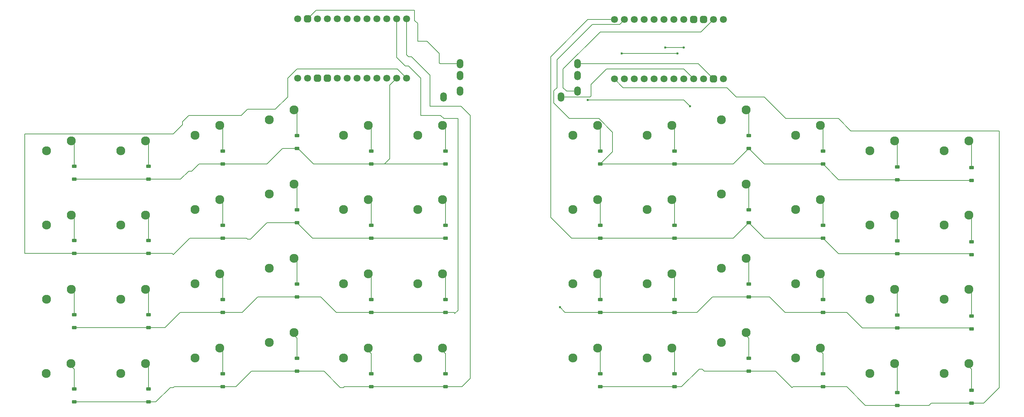
<source format=gbr>
%TF.GenerationSoftware,KiCad,Pcbnew,8.0.2*%
%TF.CreationDate,2024-05-01T20:17:26+07:00*%
%TF.ProjectId,apiratchai_split,61706972-6174-4636-9861-695f73706c69,rev?*%
%TF.SameCoordinates,Original*%
%TF.FileFunction,Copper,L2,Bot*%
%TF.FilePolarity,Positive*%
%FSLAX46Y46*%
G04 Gerber Fmt 4.6, Leading zero omitted, Abs format (unit mm)*
G04 Created by KiCad (PCBNEW 8.0.2) date 2024-05-01 20:17:26*
%MOMM*%
%LPD*%
G01*
G04 APERTURE LIST*
G04 Aperture macros list*
%AMRoundRect*
0 Rectangle with rounded corners*
0 $1 Rounding radius*
0 $2 $3 $4 $5 $6 $7 $8 $9 X,Y pos of 4 corners*
0 Add a 4 corners polygon primitive as box body*
4,1,4,$2,$3,$4,$5,$6,$7,$8,$9,$2,$3,0*
0 Add four circle primitives for the rounded corners*
1,1,$1+$1,$2,$3*
1,1,$1+$1,$4,$5*
1,1,$1+$1,$6,$7*
1,1,$1+$1,$8,$9*
0 Add four rect primitives between the rounded corners*
20,1,$1+$1,$2,$3,$4,$5,0*
20,1,$1+$1,$4,$5,$6,$7,0*
20,1,$1+$1,$6,$7,$8,$9,0*
20,1,$1+$1,$8,$9,$2,$3,0*%
G04 Aperture macros list end*
%TA.AperFunction,ComponentPad*%
%ADD10C,2.300000*%
%TD*%
%TA.AperFunction,ComponentPad*%
%ADD11O,1.700000X2.400000*%
%TD*%
%TA.AperFunction,ComponentPad*%
%ADD12C,1.800000*%
%TD*%
%TA.AperFunction,ComponentPad*%
%ADD13RoundRect,0.450000X0.450000X-0.450000X0.450000X0.450000X-0.450000X0.450000X-0.450000X-0.450000X0*%
%TD*%
%TA.AperFunction,ComponentPad*%
%ADD14RoundRect,0.450000X-0.450000X0.450000X-0.450000X-0.450000X0.450000X-0.450000X0.450000X0.450000X0*%
%TD*%
%TA.AperFunction,SMDPad,CuDef*%
%ADD15RoundRect,0.225000X0.375000X-0.225000X0.375000X0.225000X-0.375000X0.225000X-0.375000X-0.225000X0*%
%TD*%
%TA.AperFunction,ViaPad*%
%ADD16C,0.600000*%
%TD*%
%TA.AperFunction,Conductor*%
%ADD17C,0.200000*%
%TD*%
G04 APERTURE END LIST*
D10*
%TO.P,MX43,1,1*%
%TO.N,Col0R*%
X158908750Y-120997500D03*
%TO.P,MX43,2,2*%
%TO.N,Net-(D43-A)*%
X165258750Y-118457500D03*
%TD*%
%TO.P,MX26,1,1*%
%TO.N,Col1R*%
X177958750Y-63847500D03*
%TO.P,MX26,2,2*%
%TO.N,Net-(D26-A)*%
X184308750Y-61307500D03*
%TD*%
%TO.P,MX7,1,1*%
%TO.N,Col0*%
X23871250Y-86866250D03*
%TO.P,MX7,2,2*%
%TO.N,Net-(D7-A)*%
X30221250Y-84326250D03*
%TD*%
D11*
%TO.P,J3,R1*%
%TO.N,Net-(J4-Pin_2)*%
X160056250Y-52456250D03*
%TO.P,J3,R2*%
%TO.N,unconnected-(J3-PadR2)*%
X160056250Y-48456250D03*
%TO.P,J3,S*%
%TO.N,Net-(J4-Pin_14)*%
X160056250Y-45456250D03*
%TO.P,J3,T*%
%TO.N,Net-(J4-Pin_16)*%
X155856250Y-53956250D03*
%TD*%
D10*
%TO.P,MX31,1,1*%
%TO.N,Col0R*%
X158908750Y-82897500D03*
%TO.P,MX31,2,2*%
%TO.N,Net-(D31-A)*%
X165258750Y-80357500D03*
%TD*%
%TO.P,MX21,1,1*%
%TO.N,Col2*%
X61971250Y-120997500D03*
%TO.P,MX21,2,2*%
%TO.N,Net-(D21-A)*%
X68321250Y-118457500D03*
%TD*%
%TO.P,MX18,1,1*%
%TO.N,Col5*%
X119121250Y-101947500D03*
%TO.P,MX18,2,2*%
%TO.N,Net-(D18-A)*%
X125471250Y-99407500D03*
%TD*%
%TO.P,MX24,1,1*%
%TO.N,Col5*%
X119121250Y-120997500D03*
%TO.P,MX24,2,2*%
%TO.N,Net-(D24-A)*%
X125471250Y-118457500D03*
%TD*%
D11*
%TO.P,J2,R1*%
%TO.N,Net-(J1-Pin_2)*%
X129893750Y-52456250D03*
%TO.P,J2,R2*%
%TO.N,unconnected-(J2-PadR2)*%
X129893750Y-48456250D03*
%TO.P,J2,S*%
%TO.N,Net-(J1-Pin_14)*%
X129893750Y-45456250D03*
%TO.P,J2,T*%
%TO.N,Net-(J1-Pin_16)*%
X125693750Y-53956250D03*
%TD*%
D10*
%TO.P,MX47,1,1*%
%TO.N,Col4R*%
X235108750Y-124966250D03*
%TO.P,MX47,2,2*%
%TO.N,Net-(D47-A)*%
X241458750Y-122426250D03*
%TD*%
%TO.P,MX27,1,1*%
%TO.N,Col2R*%
X197008750Y-59878750D03*
%TO.P,MX27,2,2*%
%TO.N,Net-(D27-A)*%
X203358750Y-57338750D03*
%TD*%
%TO.P,MX44,1,1*%
%TO.N,Col1R*%
X177958750Y-120997500D03*
%TO.P,MX44,2,2*%
%TO.N,Net-(D44-A)*%
X184308750Y-118457500D03*
%TD*%
%TO.P,MX8,1,1*%
%TO.N,Col1*%
X42921250Y-86866250D03*
%TO.P,MX8,2,2*%
%TO.N,Net-(D8-A)*%
X49271250Y-84326250D03*
%TD*%
%TO.P,MX39,1,1*%
%TO.N,Col2R*%
X197008750Y-97978750D03*
%TO.P,MX39,2,2*%
%TO.N,Net-(D39-A)*%
X203358750Y-95438750D03*
%TD*%
D12*
%TO.P,J1,1,Pin_1*%
%TO.N,unconnected-(J1-Pin_1-Pad1)*%
X88265000Y-49212500D03*
%TO.P,J1,2,Pin_2*%
%TO.N,Net-(J1-Pin_2)*%
X90805000Y-49212500D03*
D13*
%TO.P,J1,3,Pin_3*%
%TO.N,unconnected-(J1-Pin_3-Pad3)*%
X93345000Y-49212500D03*
%TO.P,J1,4,Pin_4*%
%TO.N,unconnected-(J1-Pin_4-Pad4)*%
X95885000Y-49212500D03*
D12*
%TO.P,J1,5,Pin_5*%
%TO.N,Col0*%
X98425000Y-49212500D03*
%TO.P,J1,6,Pin_6*%
%TO.N,Col1*%
X100965000Y-49212500D03*
%TO.P,J1,7,Pin_7*%
%TO.N,Col2*%
X103505000Y-49212500D03*
%TO.P,J1,8,Pin_8*%
%TO.N,unconnected-(J1-Pin_8-Pad8)*%
X106045000Y-49212500D03*
%TO.P,J1,9,Pin_9*%
%TO.N,unconnected-(J1-Pin_9-Pad9)*%
X108585000Y-49212500D03*
%TO.P,J1,10,Pin_10*%
%TO.N,unconnected-(J1-Pin_10-Pad10)*%
X111125000Y-49212500D03*
%TO.P,J1,11,Pin_11*%
%TO.N,Row0*%
X113665000Y-49212500D03*
%TO.P,J1,12,Pin_12*%
%TO.N,Row1*%
X116205000Y-49212500D03*
%TO.P,J1,13,Pin_13*%
%TO.N,unconnected-(J1-Pin_13-Pad13)*%
X88265000Y-33972500D03*
D13*
%TO.P,J1,14,Pin_14*%
%TO.N,Net-(J1-Pin_14)*%
X90805000Y-33972500D03*
D12*
%TO.P,J1,15,Pin_15*%
%TO.N,unconnected-(J1-Pin_15-Pad15)*%
X93345000Y-33972500D03*
%TO.P,J1,16,Pin_16*%
%TO.N,Net-(J1-Pin_16)*%
X95885000Y-33972500D03*
%TO.P,J1,17,Pin_17*%
%TO.N,Col3*%
X98425000Y-33972500D03*
%TO.P,J1,18,Pin_18*%
%TO.N,Col4*%
X100965000Y-33972500D03*
%TO.P,J1,19,Pin_19*%
%TO.N,Col5*%
X103505000Y-33972500D03*
%TO.P,J1,20,Pin_20*%
%TO.N,unconnected-(J1-Pin_20-Pad20)*%
X106045000Y-33972500D03*
%TO.P,J1,21,Pin_21*%
%TO.N,unconnected-(J1-Pin_21-Pad21)*%
X108585000Y-33972500D03*
%TO.P,J1,22,Pin_22*%
%TO.N,unconnected-(J1-Pin_22-Pad22)*%
X111125000Y-33972500D03*
%TO.P,J1,23,Pin_23*%
%TO.N,Row2*%
X113665000Y-33972500D03*
%TO.P,J1,24,Pin_24*%
%TO.N,Row3*%
X116205000Y-33972500D03*
%TD*%
D10*
%TO.P,MX1,1,1*%
%TO.N,Col0*%
X23871250Y-67816250D03*
%TO.P,MX1,2,2*%
%TO.N,Net-(D1-A)*%
X30221250Y-65276250D03*
%TD*%
%TO.P,MX15,1,1*%
%TO.N,Col2*%
X61971250Y-101947500D03*
%TO.P,MX15,2,2*%
%TO.N,Net-(D15-A)*%
X68321250Y-99407500D03*
%TD*%
%TO.P,MX25,1,1*%
%TO.N,Col0R*%
X158908750Y-63847500D03*
%TO.P,MX25,2,2*%
%TO.N,Net-(D25-A)*%
X165258750Y-61307500D03*
%TD*%
%TO.P,MX37,1,1*%
%TO.N,Col0R*%
X158908750Y-101947500D03*
%TO.P,MX37,2,2*%
%TO.N,Net-(D37-A)*%
X165258750Y-99407500D03*
%TD*%
D12*
%TO.P,J4,1,Pin_1*%
%TO.N,unconnected-(J4-Pin_1-Pad1)*%
X197485000Y-34131250D03*
%TO.P,J4,2,Pin_2*%
%TO.N,Net-(J4-Pin_2)*%
X194945000Y-34131250D03*
D14*
%TO.P,J4,3,Pin_3*%
%TO.N,unconnected-(J4-Pin_3-Pad3)*%
X192405000Y-34131250D03*
%TO.P,J4,4,Pin_4*%
%TO.N,unconnected-(J4-Pin_4-Pad4)*%
X189865000Y-34131250D03*
D12*
%TO.P,J4,5,Pin_5*%
%TO.N,Col0R*%
X187325000Y-34131250D03*
%TO.P,J4,6,Pin_6*%
%TO.N,Col1R*%
X184785000Y-34131250D03*
%TO.P,J4,7,Pin_7*%
%TO.N,Col2R*%
X182245000Y-34131250D03*
%TO.P,J4,8,Pin_8*%
%TO.N,unconnected-(J4-Pin_8-Pad8)*%
X179705000Y-34131250D03*
%TO.P,J4,9,Pin_9*%
%TO.N,unconnected-(J4-Pin_9-Pad9)*%
X177165000Y-34131250D03*
%TO.P,J4,10,Pin_10*%
%TO.N,unconnected-(J4-Pin_10-Pad10)*%
X174625000Y-34131250D03*
%TO.P,J4,11,Pin_11*%
%TO.N,Row0R*%
X172085000Y-34131250D03*
%TO.P,J4,12,Pin_12*%
%TO.N,Row1R*%
X169545000Y-34131250D03*
%TO.P,J4,13,Pin_13*%
%TO.N,unconnected-(J4-Pin_13-Pad13)*%
X197485000Y-49371250D03*
D14*
%TO.P,J4,14,Pin_14*%
%TO.N,Net-(J4-Pin_14)*%
X194945000Y-49371250D03*
D12*
%TO.P,J4,15,Pin_15*%
%TO.N,unconnected-(J4-Pin_15-Pad15)*%
X192405000Y-49371250D03*
%TO.P,J4,16,Pin_16*%
%TO.N,Net-(J4-Pin_16)*%
X189865000Y-49371250D03*
%TO.P,J4,17,Pin_17*%
%TO.N,Col3R*%
X187325000Y-49371250D03*
%TO.P,J4,18,Pin_18*%
%TO.N,Col4R*%
X184785000Y-49371250D03*
%TO.P,J4,19,Pin_19*%
%TO.N,Col5R*%
X182245000Y-49371250D03*
%TO.P,J4,20,Pin_20*%
%TO.N,unconnected-(J4-Pin_20-Pad20)*%
X179705000Y-49371250D03*
%TO.P,J4,21,Pin_21*%
%TO.N,unconnected-(J4-Pin_21-Pad21)*%
X177165000Y-49371250D03*
%TO.P,J4,22,Pin_22*%
%TO.N,unconnected-(J4-Pin_22-Pad22)*%
X174625000Y-49371250D03*
%TO.P,J4,23,Pin_23*%
%TO.N,Row2R*%
X172085000Y-49371250D03*
%TO.P,J4,24,Pin_24*%
%TO.N,Row3R*%
X169545000Y-49371250D03*
%TD*%
D10*
%TO.P,MX45,1,1*%
%TO.N,Col2R*%
X197008750Y-117028750D03*
%TO.P,MX45,2,2*%
%TO.N,Net-(D45-A)*%
X203358750Y-114488750D03*
%TD*%
%TO.P,MX3,1,1*%
%TO.N,Col2*%
X61971250Y-63847500D03*
%TO.P,MX3,2,2*%
%TO.N,Net-(D3-A)*%
X68321250Y-61307500D03*
%TD*%
%TO.P,MX46,1,1*%
%TO.N,Col3R*%
X216040000Y-121003750D03*
%TO.P,MX46,2,2*%
%TO.N,Net-(D46-A)*%
X222390000Y-118463750D03*
%TD*%
%TO.P,MX41,1,1*%
%TO.N,Col4R*%
X235108750Y-105916250D03*
%TO.P,MX41,2,2*%
%TO.N,Net-(D41-A)*%
X241458750Y-103376250D03*
%TD*%
%TO.P,MX20,1,1*%
%TO.N,Col1*%
X42921250Y-124966250D03*
%TO.P,MX20,2,2*%
%TO.N,Net-(D20-A)*%
X49271250Y-122426250D03*
%TD*%
%TO.P,MX22,1,1*%
%TO.N,Col3*%
X81021250Y-116966250D03*
%TO.P,MX22,2,2*%
%TO.N,Net-(D22-A)*%
X87371250Y-114426250D03*
%TD*%
%TO.P,MX33,1,1*%
%TO.N,Col2R*%
X197008750Y-78928750D03*
%TO.P,MX33,2,2*%
%TO.N,Net-(D33-A)*%
X203358750Y-76388750D03*
%TD*%
%TO.P,MX17,1,1*%
%TO.N,Col4*%
X100071250Y-101947500D03*
%TO.P,MX17,2,2*%
%TO.N,Net-(D17-A)*%
X106421250Y-99407500D03*
%TD*%
%TO.P,MX5,1,1*%
%TO.N,Col4*%
X100071250Y-63847500D03*
%TO.P,MX5,2,2*%
%TO.N,Net-(D5-A)*%
X106421250Y-61307500D03*
%TD*%
%TO.P,MX9,1,1*%
%TO.N,Col2*%
X61971250Y-82897500D03*
%TO.P,MX9,2,2*%
%TO.N,Net-(D9-A)*%
X68321250Y-80357500D03*
%TD*%
%TO.P,MX34,1,1*%
%TO.N,Col3R*%
X216058750Y-82897500D03*
%TO.P,MX34,2,2*%
%TO.N,Net-(D34-A)*%
X222408750Y-80357500D03*
%TD*%
%TO.P,MX32,1,1*%
%TO.N,Col1R*%
X177958750Y-82897500D03*
%TO.P,MX32,2,2*%
%TO.N,Net-(D32-A)*%
X184308750Y-80357500D03*
%TD*%
%TO.P,MX48,1,1*%
%TO.N,Col5R*%
X254158750Y-124966250D03*
%TO.P,MX48,2,2*%
%TO.N,Net-(D48-A)*%
X260508750Y-122426250D03*
%TD*%
%TO.P,MX40,1,1*%
%TO.N,Col3R*%
X216058750Y-101947500D03*
%TO.P,MX40,2,2*%
%TO.N,Net-(D40-A)*%
X222408750Y-99407500D03*
%TD*%
%TO.P,MX11,1,1*%
%TO.N,Col4*%
X100071250Y-82897500D03*
%TO.P,MX11,2,2*%
%TO.N,Net-(D11-A)*%
X106421250Y-80357500D03*
%TD*%
%TO.P,MX23,1,1*%
%TO.N,Col4*%
X100071250Y-120997500D03*
%TO.P,MX23,2,2*%
%TO.N,Net-(D23-A)*%
X106421250Y-118457500D03*
%TD*%
%TO.P,MX14,1,1*%
%TO.N,Col1*%
X42921250Y-105916250D03*
%TO.P,MX14,2,2*%
%TO.N,Net-(D14-A)*%
X49271250Y-103376250D03*
%TD*%
%TO.P,MX19,1,1*%
%TO.N,Col0*%
X23772500Y-124966250D03*
%TO.P,MX19,2,2*%
%TO.N,Net-(D19-A)*%
X30122500Y-122426250D03*
%TD*%
%TO.P,MX12,1,1*%
%TO.N,Col5*%
X119121250Y-82897500D03*
%TO.P,MX12,2,2*%
%TO.N,Net-(D12-A)*%
X125471250Y-80357500D03*
%TD*%
%TO.P,MX30,1,1*%
%TO.N,Col5R*%
X254158750Y-67816250D03*
%TO.P,MX30,2,2*%
%TO.N,Net-(D30-A)*%
X260508750Y-65276250D03*
%TD*%
%TO.P,MX10,1,1*%
%TO.N,Col3*%
X81021250Y-78866250D03*
%TO.P,MX10,2,2*%
%TO.N,Net-(D10-A)*%
X87371250Y-76326250D03*
%TD*%
%TO.P,MX2,1,1*%
%TO.N,Col1*%
X42921250Y-67816250D03*
%TO.P,MX2,2,2*%
%TO.N,Net-(D2-A)*%
X49271250Y-65276250D03*
%TD*%
%TO.P,MX42,1,1*%
%TO.N,Col5R*%
X254158750Y-105916250D03*
%TO.P,MX42,2,2*%
%TO.N,Net-(D42-A)*%
X260508750Y-103376250D03*
%TD*%
%TO.P,MX16,1,1*%
%TO.N,Col3*%
X81021250Y-97916250D03*
%TO.P,MX16,2,2*%
%TO.N,Net-(D16-A)*%
X87371250Y-95376250D03*
%TD*%
%TO.P,MX29,1,1*%
%TO.N,Col4R*%
X235108750Y-67816250D03*
%TO.P,MX29,2,2*%
%TO.N,Net-(D29-A)*%
X241458750Y-65276250D03*
%TD*%
%TO.P,MX28,1,1*%
%TO.N,Col3R*%
X216058750Y-63847500D03*
%TO.P,MX28,2,2*%
%TO.N,Net-(D28-A)*%
X222408750Y-61307500D03*
%TD*%
%TO.P,MX36,1,1*%
%TO.N,Col5R*%
X254158750Y-86866250D03*
%TO.P,MX36,2,2*%
%TO.N,Net-(D36-A)*%
X260508750Y-84326250D03*
%TD*%
%TO.P,MX13,1,1*%
%TO.N,Col0*%
X23871250Y-105916250D03*
%TO.P,MX13,2,2*%
%TO.N,Net-(D13-A)*%
X30221250Y-103376250D03*
%TD*%
%TO.P,MX4,1,1*%
%TO.N,Col3*%
X81021250Y-59816250D03*
%TO.P,MX4,2,2*%
%TO.N,Net-(D4-A)*%
X87371250Y-57276250D03*
%TD*%
%TO.P,MX38,1,1*%
%TO.N,Col1R*%
X177958750Y-101947500D03*
%TO.P,MX38,2,2*%
%TO.N,Net-(D38-A)*%
X184308750Y-99407500D03*
%TD*%
%TO.P,MX35,1,1*%
%TO.N,Col4R*%
X235108750Y-86866250D03*
%TO.P,MX35,2,2*%
%TO.N,Net-(D35-A)*%
X241458750Y-84326250D03*
%TD*%
%TO.P,MX6,1,1*%
%TO.N,Col5*%
X119121250Y-63847500D03*
%TO.P,MX6,2,2*%
%TO.N,Net-(D6-A)*%
X125471250Y-61307500D03*
%TD*%
D15*
%TO.P,D16,1,K*%
%TO.N,Row2*%
X88106250Y-105343750D03*
%TO.P,D16,2,A*%
%TO.N,Net-(D16-A)*%
X88106250Y-102043750D03*
%TD*%
%TO.P,D12,1,K*%
%TO.N,Row1*%
X126206250Y-90262500D03*
%TO.P,D12,2,A*%
%TO.N,Net-(D12-A)*%
X126206250Y-86962500D03*
%TD*%
%TO.P,D26,1,K*%
%TO.N,Row0R*%
X184943750Y-71212500D03*
%TO.P,D26,2,A*%
%TO.N,Net-(D26-A)*%
X184943750Y-67912500D03*
%TD*%
%TO.P,D17,1,K*%
%TO.N,Row2*%
X107156250Y-109312500D03*
%TO.P,D17,2,A*%
%TO.N,Net-(D17-A)*%
X107156250Y-106012500D03*
%TD*%
%TO.P,D10,1,K*%
%TO.N,Row1*%
X88106250Y-86293750D03*
%TO.P,D10,2,A*%
%TO.N,Net-(D10-A)*%
X88106250Y-82993750D03*
%TD*%
%TO.P,D44,1,K*%
%TO.N,Row3R*%
X184943750Y-128362500D03*
%TO.P,D44,2,A*%
%TO.N,Net-(D44-A)*%
X184943750Y-125062500D03*
%TD*%
%TO.P,D37,1,K*%
%TO.N,Row2R*%
X165893750Y-109250000D03*
%TO.P,D37,2,A*%
%TO.N,Net-(D37-A)*%
X165893750Y-105950000D03*
%TD*%
%TO.P,D34,1,K*%
%TO.N,Row1R*%
X223043750Y-90262500D03*
%TO.P,D34,2,A*%
%TO.N,Net-(D34-A)*%
X223043750Y-86962500D03*
%TD*%
%TO.P,D13,1,K*%
%TO.N,Row2*%
X30956250Y-113218750D03*
%TO.P,D13,2,A*%
%TO.N,Net-(D13-A)*%
X30956250Y-109918750D03*
%TD*%
%TO.P,D8,1,K*%
%TO.N,Row1*%
X50006250Y-94168750D03*
%TO.P,D8,2,A*%
%TO.N,Net-(D8-A)*%
X50006250Y-90868750D03*
%TD*%
%TO.P,D23,1,K*%
%TO.N,Row3*%
X107156250Y-128362500D03*
%TO.P,D23,2,A*%
%TO.N,Net-(D23-A)*%
X107156250Y-125062500D03*
%TD*%
%TO.P,D24,1,K*%
%TO.N,Row3*%
X126206250Y-128362500D03*
%TO.P,D24,2,A*%
%TO.N,Net-(D24-A)*%
X126206250Y-125062500D03*
%TD*%
%TO.P,D32,1,K*%
%TO.N,Row1R*%
X184943750Y-90262500D03*
%TO.P,D32,2,A*%
%TO.N,Net-(D32-A)*%
X184943750Y-86962500D03*
%TD*%
%TO.P,D14,1,K*%
%TO.N,Row2*%
X50006250Y-113218750D03*
%TO.P,D14,2,A*%
%TO.N,Net-(D14-A)*%
X50006250Y-109918750D03*
%TD*%
%TO.P,D28,1,K*%
%TO.N,Row0R*%
X223043750Y-71212500D03*
%TO.P,D28,2,A*%
%TO.N,Net-(D28-A)*%
X223043750Y-67912500D03*
%TD*%
%TO.P,D4,1,K*%
%TO.N,Row0*%
X88106250Y-67243750D03*
%TO.P,D4,2,A*%
%TO.N,Net-(D4-A)*%
X88106250Y-63943750D03*
%TD*%
%TO.P,D43,1,K*%
%TO.N,Row3R*%
X165893750Y-128300000D03*
%TO.P,D43,2,A*%
%TO.N,Net-(D43-A)*%
X165893750Y-125000000D03*
%TD*%
%TO.P,D38,1,K*%
%TO.N,Row2R*%
X184943750Y-109312500D03*
%TO.P,D38,2,A*%
%TO.N,Net-(D38-A)*%
X184943750Y-106012500D03*
%TD*%
%TO.P,D2,1,K*%
%TO.N,Row0*%
X50006250Y-75118750D03*
%TO.P,D2,2,A*%
%TO.N,Net-(D2-A)*%
X50006250Y-71818750D03*
%TD*%
%TO.P,D41,1,K*%
%TO.N,Row2R*%
X242093750Y-113281250D03*
%TO.P,D41,2,A*%
%TO.N,Net-(D41-A)*%
X242093750Y-109981250D03*
%TD*%
%TO.P,D21,1,K*%
%TO.N,Row3*%
X69056250Y-128362500D03*
%TO.P,D21,2,A*%
%TO.N,Net-(D21-A)*%
X69056250Y-125062500D03*
%TD*%
%TO.P,D6,1,K*%
%TO.N,Row0*%
X126206250Y-71150000D03*
%TO.P,D6,2,A*%
%TO.N,Net-(D6-A)*%
X126206250Y-67850000D03*
%TD*%
%TO.P,D47,1,K*%
%TO.N,Row3R*%
X242093750Y-133125000D03*
%TO.P,D47,2,A*%
%TO.N,Net-(D47-A)*%
X242093750Y-129825000D03*
%TD*%
%TO.P,D33,1,K*%
%TO.N,Row1R*%
X203993750Y-86293750D03*
%TO.P,D33,2,A*%
%TO.N,Net-(D33-A)*%
X203993750Y-82993750D03*
%TD*%
%TO.P,D48,1,K*%
%TO.N,Row3R*%
X261143750Y-132556250D03*
%TO.P,D48,2,A*%
%TO.N,Net-(D48-A)*%
X261143750Y-129256250D03*
%TD*%
%TO.P,D36,1,K*%
%TO.N,Row1R*%
X261143750Y-94456250D03*
%TO.P,D36,2,A*%
%TO.N,Net-(D36-A)*%
X261143750Y-91156250D03*
%TD*%
%TO.P,D7,1,K*%
%TO.N,Row1*%
X30956250Y-94168750D03*
%TO.P,D7,2,A*%
%TO.N,Net-(D7-A)*%
X30956250Y-90868750D03*
%TD*%
%TO.P,D3,1,K*%
%TO.N,Row0*%
X69056250Y-71212500D03*
%TO.P,D3,2,A*%
%TO.N,Net-(D3-A)*%
X69056250Y-67912500D03*
%TD*%
%TO.P,D22,1,K*%
%TO.N,Row3*%
X88106250Y-124393750D03*
%TO.P,D22,2,A*%
%TO.N,Net-(D22-A)*%
X88106250Y-121093750D03*
%TD*%
%TO.P,D20,1,K*%
%TO.N,Row3*%
X50006250Y-132268750D03*
%TO.P,D20,2,A*%
%TO.N,Net-(D20-A)*%
X50006250Y-128968750D03*
%TD*%
%TO.P,D27,1,K*%
%TO.N,Row0R*%
X203993750Y-67243750D03*
%TO.P,D27,2,A*%
%TO.N,Net-(D27-A)*%
X203993750Y-63943750D03*
%TD*%
%TO.P,D30,1,K*%
%TO.N,Row0R*%
X261143750Y-75406250D03*
%TO.P,D30,2,A*%
%TO.N,Net-(D30-A)*%
X261143750Y-72106250D03*
%TD*%
%TO.P,D45,1,K*%
%TO.N,Row3R*%
X203993750Y-124331250D03*
%TO.P,D45,2,A*%
%TO.N,Net-(D45-A)*%
X203993750Y-121031250D03*
%TD*%
%TO.P,D39,1,K*%
%TO.N,Row2R*%
X203993750Y-105343750D03*
%TO.P,D39,2,A*%
%TO.N,Net-(D39-A)*%
X203993750Y-102043750D03*
%TD*%
%TO.P,D5,1,K*%
%TO.N,Row0*%
X107156250Y-71212500D03*
%TO.P,D5,2,A*%
%TO.N,Net-(D5-A)*%
X107156250Y-67912500D03*
%TD*%
%TO.P,D42,1,K*%
%TO.N,Row2R*%
X261143750Y-113506250D03*
%TO.P,D42,2,A*%
%TO.N,Net-(D42-A)*%
X261143750Y-110206250D03*
%TD*%
%TO.P,D35,1,K*%
%TO.N,Row1R*%
X242093750Y-94231250D03*
%TO.P,D35,2,A*%
%TO.N,Net-(D35-A)*%
X242093750Y-90931250D03*
%TD*%
%TO.P,D15,1,K*%
%TO.N,Row2*%
X69056250Y-109312500D03*
%TO.P,D15,2,A*%
%TO.N,Net-(D15-A)*%
X69056250Y-106012500D03*
%TD*%
%TO.P,D46,1,K*%
%TO.N,Row3R*%
X223043750Y-128362500D03*
%TO.P,D46,2,A*%
%TO.N,Net-(D46-A)*%
X223043750Y-125062500D03*
%TD*%
%TO.P,D31,1,K*%
%TO.N,Row1R*%
X165893750Y-90262500D03*
%TO.P,D31,2,A*%
%TO.N,Net-(D31-A)*%
X165893750Y-86962500D03*
%TD*%
%TO.P,D19,1,K*%
%TO.N,Row3*%
X30956250Y-132268750D03*
%TO.P,D19,2,A*%
%TO.N,Net-(D19-A)*%
X30956250Y-128968750D03*
%TD*%
%TO.P,D1,1,K*%
%TO.N,Row0*%
X30956250Y-75118750D03*
%TO.P,D1,2,A*%
%TO.N,Net-(D1-A)*%
X30956250Y-71818750D03*
%TD*%
%TO.P,D9,1,K*%
%TO.N,Row1*%
X69056250Y-90262500D03*
%TO.P,D9,2,A*%
%TO.N,Net-(D9-A)*%
X69056250Y-86962500D03*
%TD*%
%TO.P,D18,1,K*%
%TO.N,Row2*%
X126206250Y-109312500D03*
%TO.P,D18,2,A*%
%TO.N,Net-(D18-A)*%
X126206250Y-106012500D03*
%TD*%
%TO.P,D25,1,K*%
%TO.N,Row0R*%
X165893750Y-71212500D03*
%TO.P,D25,2,A*%
%TO.N,Net-(D25-A)*%
X165893750Y-67912500D03*
%TD*%
%TO.P,D40,1,K*%
%TO.N,Row2R*%
X223043750Y-109312500D03*
%TO.P,D40,2,A*%
%TO.N,Net-(D40-A)*%
X223043750Y-106012500D03*
%TD*%
%TO.P,D11,1,K*%
%TO.N,Row1*%
X107156250Y-90262500D03*
%TO.P,D11,2,A*%
%TO.N,Net-(D11-A)*%
X107156250Y-86962500D03*
%TD*%
%TO.P,D29,1,K*%
%TO.N,Row0R*%
X242093750Y-75243750D03*
%TO.P,D29,2,A*%
%TO.N,Net-(D29-A)*%
X242093750Y-71943750D03*
%TD*%
D16*
%TO.N,Row2R*%
X155575000Y-107950000D03*
%TO.N,Col5R*%
X182562500Y-41275000D03*
X187325000Y-41275000D03*
%TO.N,Col2R*%
X188912500Y-56356250D03*
X185737500Y-42862500D03*
X162718750Y-54768750D03*
X171450000Y-42862500D03*
%TD*%
D17*
%TO.N,Row0R*%
X169023750Y-63021890D02*
X169023750Y-68082500D01*
X169023750Y-68082500D02*
X165893750Y-71212500D01*
X165533110Y-59531250D02*
X169023750Y-63021890D01*
X153987500Y-55562500D02*
X157956250Y-59531250D01*
X153987500Y-52387500D02*
X153987500Y-55562500D01*
X157956250Y-59531250D02*
X165533110Y-59531250D01*
X154781250Y-44450000D02*
X154781250Y-51593750D01*
X163900000Y-35331250D02*
X154781250Y-44450000D01*
X170885000Y-35331250D02*
X163900000Y-35331250D01*
X154781250Y-51593750D02*
X153987500Y-52387500D01*
X172085000Y-34131250D02*
X170885000Y-35331250D01*
%TO.N,Net-(J4-Pin_2)*%
X191770000Y-37306250D02*
X194945000Y-34131250D01*
X156368750Y-46831250D02*
X165893750Y-37306250D01*
X157231250Y-52456250D02*
X156368750Y-51593750D01*
X156368750Y-51593750D02*
X156368750Y-46831250D01*
X165893750Y-37306250D02*
X191770000Y-37306250D01*
X160056250Y-52456250D02*
X157231250Y-52456250D01*
%TO.N,Net-(D1-A)*%
X30826250Y-65881250D02*
X30956250Y-65881250D01*
X30956250Y-65881250D02*
X30956250Y-71818750D01*
X30221250Y-65276250D02*
X30826250Y-65881250D01*
%TO.N,Row0*%
X80393750Y-71212500D02*
X84362500Y-67243750D01*
X107725000Y-71212500D02*
X107787500Y-71150000D01*
X88106250Y-67243750D02*
X88331250Y-67243750D01*
X58231250Y-75118750D02*
X60325000Y-73025000D01*
X84362500Y-67243750D02*
X88106250Y-67243750D01*
X50006250Y-75118750D02*
X58231250Y-75118750D01*
X111918750Y-50958750D02*
X111918750Y-69850000D01*
X113665000Y-49212500D02*
X111918750Y-50958750D01*
X30956250Y-75118750D02*
X50006250Y-75118750D01*
X88331250Y-67243750D02*
X92300000Y-71212500D01*
X60325000Y-73025000D02*
X61118750Y-73025000D01*
X107787500Y-71150000D02*
X126206250Y-71150000D01*
X62931250Y-71212500D02*
X69056250Y-71212500D01*
X110556250Y-71212500D02*
X107156250Y-71212500D01*
X92300000Y-71212500D02*
X107156250Y-71212500D01*
X69056250Y-71212500D02*
X80393750Y-71212500D01*
X111918750Y-69850000D02*
X110556250Y-71212500D01*
X107156250Y-71212500D02*
X107725000Y-71212500D01*
X61118750Y-73025000D02*
X62931250Y-71212500D01*
%TO.N,Net-(D2-A)*%
X50006250Y-65881250D02*
X50006250Y-71818750D01*
X49271250Y-65276250D02*
X49401250Y-65276250D01*
X50006250Y-65881250D02*
X49401250Y-65276250D01*
%TO.N,Net-(D3-A)*%
X69056250Y-61912500D02*
X69056250Y-67912500D01*
X68321250Y-61307500D02*
X68451250Y-61307500D01*
X69056250Y-61912500D02*
X68451250Y-61307500D01*
%TO.N,Net-(D4-A)*%
X88106250Y-57943750D02*
X87438750Y-57276250D01*
X87371250Y-57276250D02*
X87438750Y-57276250D01*
X88106250Y-57943750D02*
X88106250Y-63943750D01*
%TO.N,Net-(D5-A)*%
X106421250Y-61307500D02*
X106551250Y-61307500D01*
X107156250Y-61912500D02*
X107156250Y-67912500D01*
X107156250Y-61912500D02*
X106551250Y-61307500D01*
%TO.N,Net-(D6-A)*%
X125471250Y-61307500D02*
X125601250Y-61307500D01*
X126206250Y-61912500D02*
X126206250Y-67850000D01*
X126206250Y-61912500D02*
X125601250Y-61307500D01*
%TO.N,Net-(D7-A)*%
X30956250Y-84931250D02*
X30351250Y-84326250D01*
X30221250Y-84326250D02*
X30351250Y-84326250D01*
X30956250Y-84931250D02*
X30956250Y-90868750D01*
%TO.N,Row1*%
X126206250Y-90262500D02*
X107156250Y-90262500D01*
X18256250Y-94168750D02*
X30956250Y-94168750D01*
X75406250Y-90487500D02*
X75181250Y-90262500D01*
X113823750Y-46831250D02*
X88106250Y-46831250D01*
X92075000Y-90262500D02*
X88106250Y-86293750D01*
X107156250Y-90262500D02*
X92075000Y-90262500D01*
X80393750Y-86293750D02*
X76200000Y-90487500D01*
X58737500Y-60325000D02*
X58737500Y-61118750D01*
X58737500Y-61118750D02*
X56356250Y-63500000D01*
X18256250Y-63500000D02*
X18256250Y-94168750D01*
X69056250Y-90262500D02*
X60550000Y-90262500D01*
X116205000Y-49212500D02*
X113823750Y-46831250D01*
X73818750Y-58737500D02*
X60325000Y-58737500D01*
X56068750Y-94168750D02*
X50006250Y-94168750D01*
X88106250Y-86293750D02*
X80393750Y-86293750D01*
X88106250Y-46831250D02*
X85725000Y-49212500D01*
X75181250Y-90262500D02*
X69056250Y-90262500D01*
X85725000Y-49212500D02*
X85725000Y-53975000D01*
X56356250Y-63500000D02*
X18256250Y-63500000D01*
X82550000Y-57150000D02*
X75406250Y-57150000D01*
X85725000Y-53975000D02*
X82550000Y-57150000D01*
X76200000Y-90487500D02*
X75406250Y-90487500D01*
X60325000Y-58737500D02*
X58737500Y-60325000D01*
X30956250Y-94168750D02*
X50006250Y-94168750D01*
X75406250Y-57150000D02*
X73818750Y-58737500D01*
X56356250Y-94456250D02*
X56068750Y-94168750D01*
X60550000Y-90262500D02*
X56356250Y-94456250D01*
%TO.N,Net-(D8-A)*%
X50006250Y-85061250D02*
X50006250Y-90868750D01*
X49271250Y-84326250D02*
X50006250Y-85061250D01*
%TO.N,Net-(D9-A)*%
X69056250Y-80962500D02*
X68451250Y-80357500D01*
X69056250Y-80962500D02*
X69056250Y-86962500D01*
X68321250Y-80357500D02*
X68451250Y-80357500D01*
%TO.N,Net-(D10-A)*%
X87371250Y-76326250D02*
X87438750Y-76326250D01*
X88106250Y-76993750D02*
X87438750Y-76326250D01*
X88106250Y-76993750D02*
X88106250Y-82993750D01*
%TO.N,Net-(D11-A)*%
X106421250Y-80357500D02*
X106551250Y-80357500D01*
X107156250Y-80962500D02*
X107156250Y-86962500D01*
X107156250Y-80962500D02*
X106551250Y-80357500D01*
%TO.N,Net-(D12-A)*%
X126206250Y-80962500D02*
X125601250Y-80357500D01*
X126206250Y-80962500D02*
X126206250Y-86962500D01*
X125471250Y-80357500D02*
X125601250Y-80357500D01*
%TO.N,Row2*%
X113665000Y-33972500D02*
X113665000Y-43815000D01*
X115887500Y-46037500D02*
X116681250Y-46037500D01*
X88106250Y-105343750D02*
X94231250Y-105343750D01*
X128362500Y-109312500D02*
X126206250Y-109312500D01*
X69056250Y-109312500D02*
X74043750Y-109312500D01*
X58168750Y-109312500D02*
X69056250Y-109312500D01*
X113665000Y-43815000D02*
X115887500Y-46037500D01*
X30956250Y-113218750D02*
X50006250Y-113218750D01*
X78012500Y-105343750D02*
X88106250Y-105343750D01*
X119856250Y-58737500D02*
X124951860Y-58737500D01*
X119856250Y-49212500D02*
X119856250Y-58737500D01*
X116681250Y-46037500D02*
X119856250Y-49212500D01*
X125745610Y-59531250D02*
X129381250Y-59531250D01*
X74043750Y-109312500D02*
X78012500Y-105343750D01*
X94231250Y-105343750D02*
X98200000Y-109312500D01*
X107156250Y-109312500D02*
X126206250Y-109312500D01*
X128587500Y-109537500D02*
X128362500Y-109312500D01*
X50006250Y-113218750D02*
X54262500Y-113218750D01*
X98200000Y-109312500D02*
X107156250Y-109312500D01*
X129381250Y-108743750D02*
X128587500Y-109537500D01*
X129381250Y-59531250D02*
X129381250Y-108743750D01*
X54262500Y-113218750D02*
X58168750Y-109312500D01*
X124951860Y-58737500D02*
X125745610Y-59531250D01*
%TO.N,Net-(D13-A)*%
X30956250Y-103981250D02*
X30956250Y-109918750D01*
X30221250Y-103376250D02*
X30351250Y-103376250D01*
X30351250Y-103376250D02*
X30956250Y-103981250D01*
%TO.N,Net-(D14-A)*%
X50006250Y-103981250D02*
X50006250Y-109918750D01*
X49271250Y-103376250D02*
X49401250Y-103376250D01*
X50006250Y-103981250D02*
X49401250Y-103376250D01*
%TO.N,Net-(D15-A)*%
X68321250Y-99407500D02*
X68451250Y-99407500D01*
X69056250Y-100012500D02*
X69056250Y-106012500D01*
X69056250Y-100012500D02*
X68451250Y-99407500D01*
%TO.N,Net-(D16-A)*%
X88106250Y-96043750D02*
X87438750Y-95376250D01*
X88106250Y-96043750D02*
X88106250Y-102043750D01*
X87371250Y-95376250D02*
X87438750Y-95376250D01*
%TO.N,Net-(D17-A)*%
X107156250Y-100012500D02*
X107156250Y-106012500D01*
X107156250Y-100012500D02*
X106551250Y-99407500D01*
X106421250Y-99407500D02*
X106551250Y-99407500D01*
%TO.N,Net-(D18-A)*%
X125471250Y-99407500D02*
X125601250Y-99407500D01*
X126206250Y-100012500D02*
X125601250Y-99407500D01*
X126206250Y-100012500D02*
X126206250Y-106012500D01*
%TO.N,Row3*%
X50006250Y-132268750D02*
X51881250Y-132268750D01*
X100012500Y-128587500D02*
X100237500Y-128362500D01*
X130175000Y-56356250D02*
X132556250Y-58737500D01*
X132556250Y-58737500D02*
X132556250Y-126206250D01*
X122237500Y-48418750D02*
X122237500Y-56356250D01*
X116681250Y-43656250D02*
X117475000Y-43656250D01*
X56581250Y-128362500D02*
X69056250Y-128362500D01*
X122237500Y-56356250D02*
X130175000Y-56356250D01*
X100237500Y-128362500D02*
X107156250Y-128362500D01*
X76425000Y-124393750D02*
X88106250Y-124393750D01*
X88106250Y-124393750D02*
X95025000Y-124393750D01*
X117475000Y-43656250D02*
X122237500Y-48418750D01*
X99218750Y-128587500D02*
X100012500Y-128587500D01*
X116205000Y-43180000D02*
X116681250Y-43656250D01*
X69056250Y-128362500D02*
X72456250Y-128362500D01*
X107156250Y-128362500D02*
X126206250Y-128362500D01*
X55562500Y-128587500D02*
X56356250Y-128587500D01*
X72456250Y-128362500D02*
X76425000Y-124393750D01*
X56356250Y-128587500D02*
X56581250Y-128362500D01*
X30956250Y-132268750D02*
X50006250Y-132268750D01*
X132556250Y-126206250D02*
X130400000Y-128362500D01*
X51881250Y-132268750D02*
X55562500Y-128587500D01*
X130400000Y-128362500D02*
X126206250Y-128362500D01*
X95025000Y-124393750D02*
X99218750Y-128587500D01*
X116205000Y-33972500D02*
X116205000Y-43180000D01*
%TO.N,Net-(D19-A)*%
X30956250Y-123825000D02*
X30956250Y-128968750D01*
X30956250Y-123825000D02*
X30122500Y-122991250D01*
X30122500Y-122426250D02*
X30122500Y-122991250D01*
%TO.N,Net-(D20-A)*%
X50006250Y-123161250D02*
X50006250Y-128968750D01*
X49271250Y-122426250D02*
X50006250Y-123161250D01*
%TO.N,Net-(D21-A)*%
X68321250Y-118457500D02*
X69056250Y-119192500D01*
X69056250Y-119192500D02*
X69056250Y-125062500D01*
%TO.N,Net-(D22-A)*%
X88106250Y-115887500D02*
X88106250Y-121093750D01*
X87371250Y-114426250D02*
X87371250Y-115152500D01*
X87371250Y-115152500D02*
X88106250Y-115887500D01*
%TO.N,Net-(D23-A)*%
X106421250Y-118457500D02*
X106421250Y-119121250D01*
X107156250Y-119856250D02*
X106421250Y-119121250D01*
X107156250Y-119856250D02*
X107156250Y-125062500D01*
%TO.N,Net-(D24-A)*%
X126206250Y-119856250D02*
X125471250Y-119121250D01*
X125471250Y-118457500D02*
X125471250Y-119121250D01*
X126206250Y-119856250D02*
X126206250Y-125062500D01*
%TO.N,Row0R*%
X223043750Y-71212500D02*
X227075000Y-75243750D01*
X242725000Y-75243750D02*
X242887500Y-75406250D01*
X242093750Y-75243750D02*
X242725000Y-75243750D01*
X184943750Y-71212500D02*
X200025000Y-71212500D01*
X227075000Y-75243750D02*
X242093750Y-75243750D01*
X200025000Y-71212500D02*
X203993750Y-67243750D01*
X242887500Y-75406250D02*
X261143750Y-75406250D01*
X203993750Y-67243750D02*
X207962500Y-71212500D01*
X165893750Y-71212500D02*
X184943750Y-71212500D01*
X207962500Y-71212500D02*
X223043750Y-71212500D01*
%TO.N,Row1R*%
X200025000Y-90262500D02*
X203993750Y-86293750D01*
X153193750Y-84931250D02*
X158525000Y-90262500D01*
X223043750Y-90262500D02*
X227012500Y-94231250D01*
X227012500Y-94231250D02*
X242093750Y-94231250D01*
X184943750Y-90262500D02*
X200025000Y-90262500D01*
X169545000Y-34131250D02*
X162718750Y-34131250D01*
X153193750Y-43656250D02*
X153193750Y-84931250D01*
X207962500Y-90262500D02*
X223043750Y-90262500D01*
X203993750Y-86293750D02*
X207962500Y-90262500D01*
X165893750Y-90262500D02*
X184943750Y-90262500D01*
X158525000Y-90262500D02*
X165893750Y-90262500D01*
X162718750Y-34131250D02*
X153193750Y-43656250D01*
X242093750Y-94231250D02*
X260918750Y-94231250D01*
X260918750Y-94231250D02*
X261143750Y-94456250D01*
%TO.N,Row2R*%
X229168750Y-109312500D02*
X233137500Y-113281250D01*
X203993750Y-105343750D02*
X209325000Y-105343750D01*
X165893750Y-109250000D02*
X156875000Y-109250000D01*
X184943750Y-109312500D02*
X190725000Y-109312500D01*
X209325000Y-105343750D02*
X213293750Y-109312500D01*
X184881250Y-109250000D02*
X184943750Y-109312500D01*
X223043750Y-109312500D02*
X229168750Y-109312500D01*
X190725000Y-109312500D02*
X194693750Y-105343750D01*
X194693750Y-105343750D02*
X203993750Y-105343750D01*
X233137500Y-113281250D02*
X242093750Y-113281250D01*
X260918750Y-113281250D02*
X261143750Y-113506250D01*
X156875000Y-109250000D02*
X155575000Y-107950000D01*
X242093750Y-113281250D02*
X260918750Y-113281250D01*
X213293750Y-109312500D02*
X223043750Y-109312500D01*
X165893750Y-109250000D02*
X184881250Y-109250000D01*
%TO.N,Row3R*%
X184881250Y-128300000D02*
X184943750Y-128362500D01*
X264318750Y-132556250D02*
X261143750Y-132556250D01*
X223043750Y-128362500D02*
X229168750Y-128362500D01*
X215331250Y-128362500D02*
X223043750Y-128362500D01*
X184943750Y-128362500D02*
X186756250Y-128362500D01*
X207962500Y-53975000D02*
X213518750Y-59531250D01*
X165893750Y-128300000D02*
X184881250Y-128300000D01*
X227012500Y-59531250D02*
X230187500Y-62706250D01*
X210850000Y-124331250D02*
X215106250Y-128587500D01*
X215106250Y-128587500D02*
X215331250Y-128362500D01*
X250825000Y-132556250D02*
X261143750Y-132556250D01*
X192593750Y-124331250D02*
X203993750Y-124331250D01*
X203993750Y-124331250D02*
X210850000Y-124331250D01*
X192087500Y-123825000D02*
X192593750Y-124331250D01*
X171767500Y-51593750D02*
X198437500Y-51593750D01*
X213518750Y-59531250D02*
X227012500Y-59531250D01*
X250256250Y-133125000D02*
X250825000Y-132556250D01*
X268287500Y-128587500D02*
X264318750Y-132556250D01*
X268287500Y-62706250D02*
X268287500Y-128587500D01*
X198437500Y-51593750D02*
X200818750Y-53975000D01*
X242093750Y-133125000D02*
X250256250Y-133125000D01*
X169545000Y-49371250D02*
X171767500Y-51593750D01*
X191293750Y-123825000D02*
X192087500Y-123825000D01*
X230187500Y-62706250D02*
X268287500Y-62706250D01*
X186756250Y-128362500D02*
X191293750Y-123825000D01*
X233931250Y-133125000D02*
X242093750Y-133125000D01*
X229168750Y-128362500D02*
X233931250Y-133125000D01*
X200818750Y-53975000D02*
X207962500Y-53975000D01*
%TO.N,Net-(J1-Pin_14)*%
X124831250Y-45456250D02*
X124618750Y-45243750D01*
X118268750Y-31750000D02*
X93027500Y-31750000D01*
X93027500Y-31750000D02*
X90805000Y-33972500D01*
X124618750Y-45243750D02*
X124618750Y-42862500D01*
X119062500Y-39687500D02*
X119062500Y-35132943D01*
X124618750Y-42862500D02*
X121443750Y-39687500D01*
X118268750Y-34339193D02*
X118268750Y-31750000D01*
X129893750Y-45456250D02*
X124831250Y-45456250D01*
X119062500Y-35132943D02*
X118268750Y-34339193D01*
X121443750Y-39687500D02*
X119062500Y-39687500D01*
%TO.N,Net-(J4-Pin_14)*%
X160056250Y-45456250D02*
X191030000Y-45456250D01*
X191030000Y-45456250D02*
X194945000Y-49371250D01*
%TO.N,Net-(J4-Pin_16)*%
X163512500Y-53706693D02*
X163512500Y-50800000D01*
X163512500Y-50800000D02*
X167481250Y-46831250D01*
X167481250Y-46831250D02*
X187325000Y-46831250D01*
X163262943Y-53956250D02*
X163512500Y-53706693D01*
X155856250Y-53956250D02*
X163262943Y-53956250D01*
X187325000Y-46831250D02*
X189865000Y-49371250D01*
%TO.N,Col5R*%
X187325000Y-41275000D02*
X182562500Y-41275000D01*
%TO.N,Col2R*%
X187325000Y-54768750D02*
X188912500Y-56356250D01*
X162718750Y-54768750D02*
X187325000Y-54768750D01*
X185737500Y-42862500D02*
X171450000Y-42862500D01*
%TO.N,Net-(D25-A)*%
X165258750Y-61307500D02*
X165288750Y-61307500D01*
X165893750Y-61912500D02*
X165288750Y-61307500D01*
X165893750Y-61912500D02*
X165893750Y-67912500D01*
%TO.N,Net-(D26-A)*%
X184308750Y-61307500D02*
X184338750Y-61307500D01*
X184943750Y-61912500D02*
X184338750Y-61307500D01*
X184943750Y-61912500D02*
X184943750Y-67912500D01*
%TO.N,Net-(D27-A)*%
X203993750Y-57943750D02*
X203388750Y-57338750D01*
X203358750Y-57338750D02*
X203388750Y-57338750D01*
X203993750Y-57943750D02*
X203993750Y-63943750D01*
%TO.N,Net-(D28-A)*%
X223043750Y-61912500D02*
X223043750Y-67912500D01*
X223043750Y-61912500D02*
X222438750Y-61307500D01*
X222408750Y-61307500D02*
X222438750Y-61307500D01*
%TO.N,Net-(D29-A)*%
X242093750Y-65881250D02*
X242093750Y-71943750D01*
X242093750Y-65881250D02*
X241488750Y-65276250D01*
X241458750Y-65276250D02*
X241488750Y-65276250D01*
%TO.N,Net-(D30-A)*%
X261143750Y-65881250D02*
X260538750Y-65276250D01*
X261143750Y-65881250D02*
X261143750Y-72106250D01*
X260508750Y-65276250D02*
X260538750Y-65276250D01*
%TO.N,Net-(D31-A)*%
X165893750Y-80962500D02*
X165893750Y-86962500D01*
X165893750Y-80962500D02*
X165288750Y-80357500D01*
X165258750Y-80357500D02*
X165288750Y-80357500D01*
%TO.N,Net-(D32-A)*%
X184913750Y-80962500D02*
X184943750Y-80962500D01*
X184308750Y-80357500D02*
X184913750Y-80962500D01*
X184943750Y-80962500D02*
X184943750Y-86962500D01*
%TO.N,Net-(D33-A)*%
X203358750Y-76388750D02*
X203388750Y-76388750D01*
X203388750Y-76388750D02*
X203993750Y-76993750D01*
X203993750Y-76993750D02*
X203993750Y-82993750D01*
%TO.N,Net-(D34-A)*%
X223043750Y-80962500D02*
X223043750Y-86962500D01*
X223043750Y-80962500D02*
X222438750Y-80357500D01*
X222408750Y-80357500D02*
X222438750Y-80357500D01*
%TO.N,Net-(D35-A)*%
X241458750Y-84326250D02*
X241488750Y-84326250D01*
X242093750Y-84931250D02*
X241488750Y-84326250D01*
X242093750Y-84931250D02*
X242093750Y-90931250D01*
%TO.N,Net-(D36-A)*%
X260508750Y-84326250D02*
X260538750Y-84326250D01*
X261143750Y-84931250D02*
X261143750Y-91156250D01*
X261143750Y-84931250D02*
X260538750Y-84326250D01*
%TO.N,Net-(D37-A)*%
X165288750Y-99407500D02*
X165893750Y-100012500D01*
X165258750Y-99407500D02*
X165288750Y-99407500D01*
X165893750Y-100012500D02*
X165893750Y-105950000D01*
%TO.N,Net-(D38-A)*%
X184308750Y-99407500D02*
X184338750Y-99407500D01*
X184338750Y-99407500D02*
X184943750Y-100012500D01*
X184943750Y-100012500D02*
X184943750Y-106012500D01*
%TO.N,Net-(D39-A)*%
X203358750Y-95438750D02*
X203963750Y-96043750D01*
X203963750Y-96043750D02*
X203993750Y-96043750D01*
X203993750Y-96043750D02*
X203993750Y-102043750D01*
%TO.N,Net-(D40-A)*%
X222408750Y-99407500D02*
X223043750Y-100042500D01*
X223043750Y-100042500D02*
X223043750Y-106012500D01*
%TO.N,Net-(D41-A)*%
X242093750Y-103981250D02*
X242093750Y-109981250D01*
X241458750Y-103376250D02*
X241488750Y-103376250D01*
X242093750Y-103981250D02*
X241488750Y-103376250D01*
%TO.N,Net-(D42-A)*%
X261143750Y-104011250D02*
X261143750Y-110206250D01*
X260508750Y-103376250D02*
X261143750Y-104011250D01*
%TO.N,Net-(D43-A)*%
X165893750Y-119092500D02*
X165893750Y-125000000D01*
X165258750Y-118457500D02*
X165893750Y-119092500D01*
%TO.N,Net-(D44-A)*%
X184308750Y-118457500D02*
X184943750Y-119092500D01*
X184943750Y-119092500D02*
X184943750Y-125062500D01*
%TO.N,Net-(D45-A)*%
X203993750Y-115887500D02*
X203993750Y-121031250D01*
X203993750Y-115887500D02*
X203358750Y-115252500D01*
X203358750Y-114488750D02*
X203358750Y-115252500D01*
%TO.N,Net-(D46-A)*%
X222390000Y-118463750D02*
X222390000Y-119202500D01*
X223043750Y-119856250D02*
X223043750Y-125062500D01*
X223043750Y-119856250D02*
X222390000Y-119202500D01*
%TO.N,Net-(D47-A)*%
X241458750Y-122426250D02*
X242093750Y-123061250D01*
X242093750Y-123061250D02*
X242093750Y-129825000D01*
%TO.N,Net-(D48-A)*%
X260508750Y-123190000D02*
X261143750Y-123825000D01*
X260508750Y-122426250D02*
X260508750Y-123190000D01*
X261143750Y-123825000D02*
X261143750Y-129256250D01*
%TD*%
M02*

</source>
